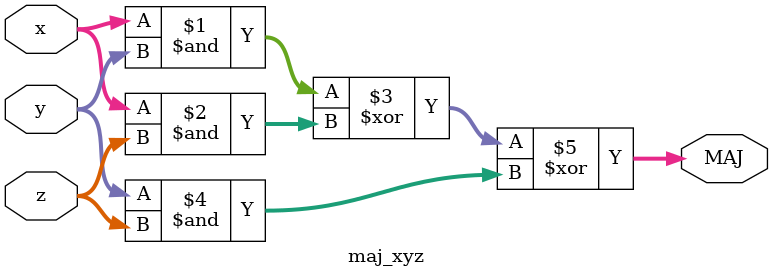
<source format=v>
`timescale 1ns / 1ps

//===========================================================================================

module maj_xyz	( 
					x,
					y,
					z,
					MAJ
				);

//===========================================================================================

input	[31:0]			x;
input	[31:0]			y;
input	[31:0]			z;
output	[31:0]			MAJ;

//===========================================================================================

assign	MAJ = ( (x & y) ^ (x & z) ^ (y & z) );

//--------------------------------------------------------------------------------------------------------

endmodule

</source>
